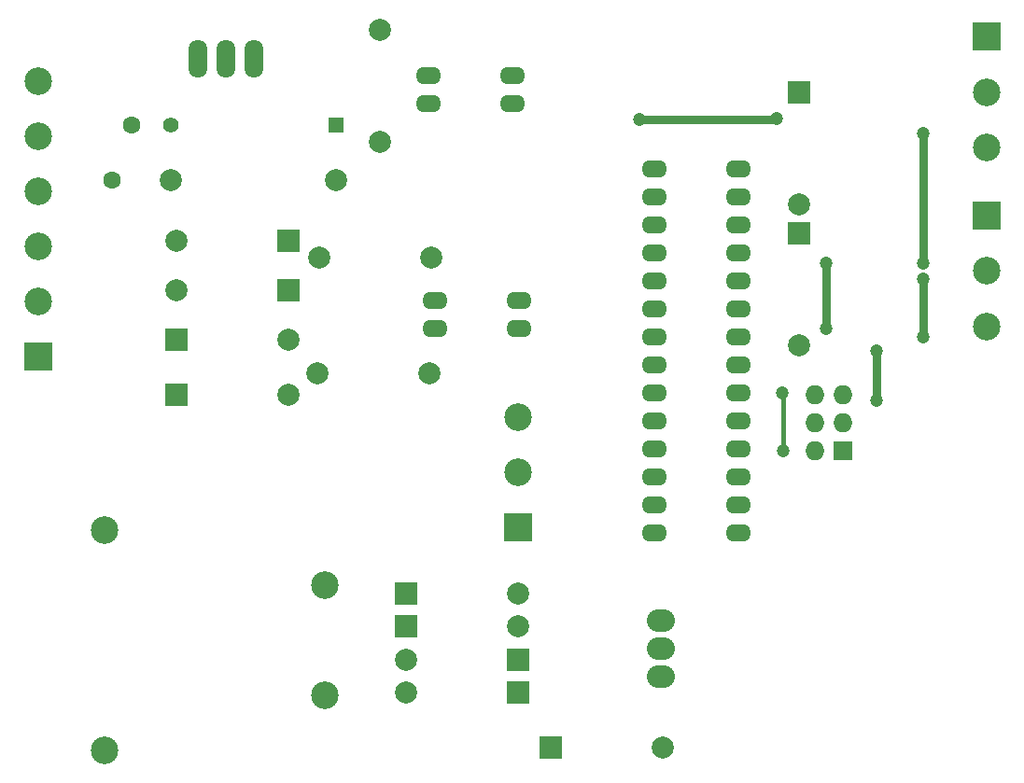
<source format=gbr>
G04 #@! TF.FileFunction,Copper,L1,Top,Signal*
%FSLAX46Y46*%
G04 Gerber Fmt 4.6, Leading zero omitted, Abs format (unit mm)*
G04 Created by KiCad (PCBNEW (2016-04-29 BZR 6716)-stable) date Wed 03 Aug 2016 14:46:28 CEST*
%MOMM*%
%LPD*%
G01*
G04 APERTURE LIST*
%ADD10C,0.100000*%
%ADD11O,2.300000X1.600000*%
%ADD12R,1.727200X1.727200*%
%ADD13O,1.727200X1.727200*%
%ADD14C,1.998980*%
%ADD15R,1.998980X1.998980*%
%ADD16C,1.600000*%
%ADD17C,2.500000*%
%ADD18R,2.500000X2.500000*%
%ADD19O,1.699260X3.500120*%
%ADD20R,1.400000X1.400000*%
%ADD21C,1.400000*%
%ADD22O,2.540000X2.032000*%
%ADD23C,1.200000*%
%ADD24C,0.800000*%
%ADD25C,0.400000*%
G04 APERTURE END LIST*
D10*
D11*
X128880000Y-115520000D03*
X128880000Y-118060000D03*
X128880000Y-120600000D03*
X128880000Y-123140000D03*
X128880000Y-125680000D03*
X128880000Y-128220000D03*
X128880000Y-130760000D03*
X128880000Y-133300000D03*
X128880000Y-135840000D03*
X128880000Y-138380000D03*
X128880000Y-140920000D03*
X128880000Y-143460000D03*
X128880000Y-146000000D03*
X128880000Y-148540000D03*
X136500000Y-148540000D03*
X136500000Y-146000000D03*
X136500000Y-143460000D03*
X136500000Y-140920000D03*
X136500000Y-138380000D03*
X136500000Y-135840000D03*
X136500000Y-133300000D03*
X136500000Y-130760000D03*
X136500000Y-128220000D03*
X136500000Y-125680000D03*
X136500000Y-123140000D03*
X136500000Y-120600000D03*
X136500000Y-118060000D03*
X136500000Y-115520000D03*
D12*
X146000000Y-141040000D03*
D13*
X143460000Y-141040000D03*
X146000000Y-138500000D03*
X143460000Y-138500000D03*
X146000000Y-135960000D03*
X143460000Y-135960000D03*
D14*
X85500000Y-126500000D03*
D15*
X95660000Y-126500000D03*
D14*
X85500000Y-122000000D03*
D15*
X95660000Y-122000000D03*
D14*
X95660000Y-135997460D03*
D15*
X85500000Y-135997460D03*
D14*
X95660000Y-130997460D03*
D15*
X85500000Y-130997460D03*
D14*
X106340000Y-163000000D03*
D15*
X116500000Y-163000000D03*
D14*
X106340000Y-160000000D03*
D15*
X116500000Y-160000000D03*
D14*
X116500000Y-154000000D03*
D15*
X106340000Y-154000000D03*
D14*
X116500000Y-157002540D03*
D15*
X106340000Y-157002540D03*
D14*
X142000000Y-131500000D03*
D15*
X142000000Y-121340000D03*
D14*
X142002540Y-118660000D03*
D15*
X142002540Y-108500000D03*
D14*
X108660000Y-123500000D03*
X98500000Y-123500000D03*
X108500000Y-134000000D03*
X98340000Y-134000000D03*
X104000000Y-113000000D03*
X104000000Y-102840000D03*
D16*
X79700000Y-116500000D03*
X81500000Y-111500000D03*
D17*
X73000000Y-107500000D03*
X73000000Y-112500000D03*
X73000000Y-117500000D03*
X73000000Y-122500000D03*
D18*
X73000000Y-132500000D03*
D17*
X73000000Y-127500000D03*
D19*
X90040000Y-105500000D03*
X87500000Y-105500000D03*
X92580000Y-105500000D03*
D11*
X109000000Y-127460000D03*
X109000000Y-130000000D03*
X116620000Y-130000000D03*
X116620000Y-127460000D03*
X116000000Y-109540000D03*
X116000000Y-107000000D03*
X108380000Y-107000000D03*
X108380000Y-109540000D03*
D20*
X100000000Y-111500000D03*
D21*
X85000000Y-111500000D03*
D14*
X85000000Y-116500000D03*
X100000000Y-116500000D03*
D17*
X116500000Y-138000000D03*
D18*
X116500000Y-148000000D03*
D17*
X116500000Y-143000000D03*
X159000000Y-129750000D03*
D18*
X159000000Y-119750000D03*
D17*
X159000000Y-124750000D03*
X159000000Y-113500000D03*
D18*
X159000000Y-103500000D03*
D17*
X159000000Y-108500000D03*
D14*
X129660000Y-168000000D03*
D15*
X119500000Y-168000000D03*
D22*
X129500000Y-158960000D03*
X129500000Y-156420000D03*
X129500000Y-161500000D03*
D17*
X79000000Y-148250000D03*
X79000000Y-168250000D03*
X99000000Y-153250000D03*
X99000000Y-163250000D03*
D23*
X139970165Y-110916745D03*
X127500000Y-111000000D03*
X144500000Y-124000000D03*
X144500000Y-130000000D03*
X149000000Y-132000000D03*
X149000000Y-136500000D03*
X153244764Y-130761154D03*
X153250000Y-112250000D03*
X153250000Y-124000000D03*
X153250000Y-124000000D03*
X153250000Y-125500000D03*
X140510866Y-135832321D03*
X140540000Y-141040000D03*
D24*
X127500000Y-111000000D02*
X139886910Y-111000000D01*
X139886910Y-111000000D02*
X139970165Y-110916745D01*
X144500000Y-130000000D02*
X144500000Y-124000000D01*
X149000000Y-136500000D02*
X149000000Y-132000000D01*
X153250000Y-125500000D02*
X153250000Y-130755918D01*
X153250000Y-130755918D02*
X153244764Y-130761154D01*
X153250000Y-124000000D02*
X153250000Y-112250000D01*
D25*
X140540000Y-135861455D02*
X140510866Y-135832321D01*
X140540000Y-141040000D02*
X140540000Y-135861455D01*
M02*

</source>
